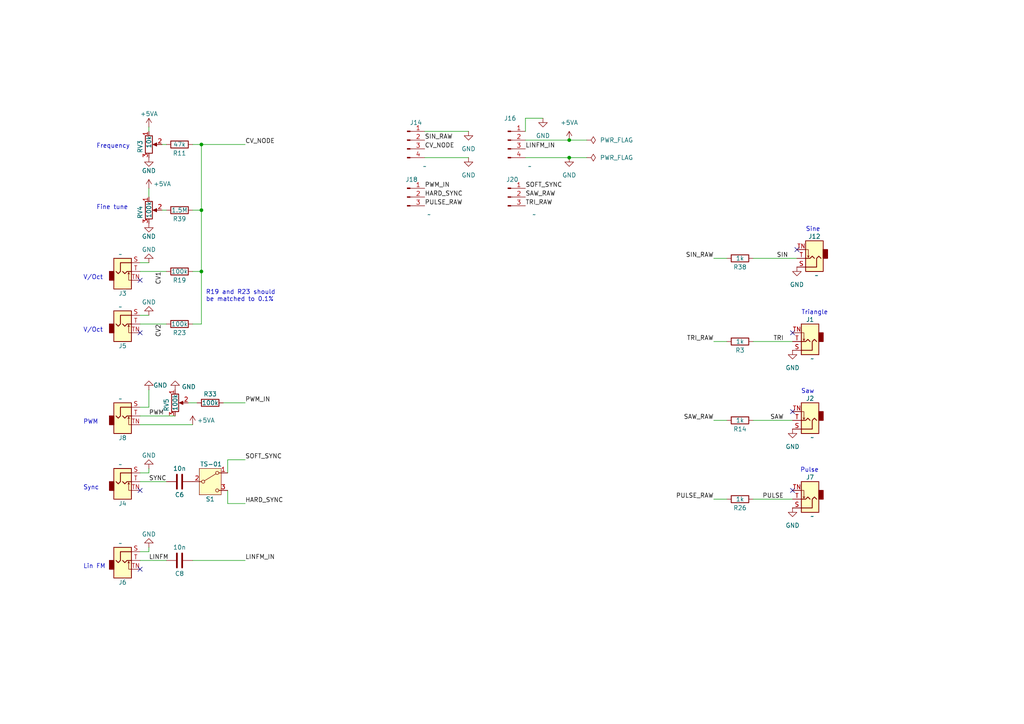
<source format=kicad_sch>
(kicad_sch (version 20250114) (generator "eeschema") (generator_version "9.0")
  (paper "A4")
  (title_block (title "CEM3340 VCO - Control Board") (date "2025-11-05") (rev "v1.0.0"))
  (lib_symbols
    (symbol "Connector:Conn_01x03_Pin" (pin_names (offset 1.016) (hide yes))
      (property "Reference" "J" (at 0 5.08 0))
      (property "Value" "Conn_01x03_Pin" (at 0 -5.08 0))
      (symbol "Conn_01x03_Pin_1_1"
        (rectangle (start 0.8636 2.667) (end 0 2.413) (stroke (width 0.1524)) (fill (type outline)))
        (rectangle (start 0.8636 0.127) (end 0 -0.127) (stroke (width 0.1524)) (fill (type outline)))
        (rectangle (start 0.8636 -2.413) (end 0 -2.667) (stroke (width 0.1524)) (fill (type outline)))
        (polyline (pts (xy 1.27 2.54) (xy 0.8636 2.54)) (stroke (width 0.1524)))
        (polyline (pts (xy 1.27 0) (xy 0.8636 0)) (stroke (width 0.1524)))
        (polyline (pts (xy 1.27 -2.54) (xy 0.8636 -2.54)) (stroke (width 0.1524)))
        (pin passive line (at 5.08 2.54 180) (length 3.81) (name "Pin_1") (number "1"))
        (pin passive line (at 5.08 0 180) (length 3.81) (name "Pin_2") (number "2"))
        (pin passive line (at 5.08 -2.54 180) (length 3.81) (name "Pin_3") (number "3"))
      )
    )
    (symbol "Connector:Conn_01x04_Pin" (pin_names (offset 1.016) (hide yes))
      (property "Reference" "J" (at 0 5.08 0))
      (property "Value" "Conn_01x04_Pin" (at 0 -7.62 0))
      (symbol "Conn_01x04_Pin_1_1"
        (rectangle (start 0.8636 2.667) (end 0 2.413) (stroke (width 0.1524)) (fill (type outline)))
        (rectangle (start 0.8636 0.127) (end 0 -0.127) (stroke (width 0.1524)) (fill (type outline)))
        (rectangle (start 0.8636 -2.413) (end 0 -2.667) (stroke (width 0.1524)) (fill (type outline)))
        (rectangle (start 0.8636 -4.953) (end 0 -5.207) (stroke (width 0.1524)) (fill (type outline)))
        (polyline (pts (xy 1.27 2.54) (xy 0.8636 2.54)) (stroke (width 0.1524)))
        (polyline (pts (xy 1.27 0) (xy 0.8636 0)) (stroke (width 0.1524)))
        (polyline (pts (xy 1.27 -2.54) (xy 0.8636 -2.54)) (stroke (width 0.1524)))
        (polyline (pts (xy 1.27 -5.08) (xy 0.8636 -5.08)) (stroke (width 0.1524)))
        (pin passive line (at 5.08 2.54 180) (length 3.81) (name "Pin_1") (number "1"))
        (pin passive line (at 5.08 0 180) (length 3.81) (name "Pin_2") (number "2"))
        (pin passive line (at 5.08 -2.54 180) (length 3.81) (name "Pin_3") (number "3"))
        (pin passive line (at 5.08 -5.08 180) (length 3.81) (name "Pin_4") (number "4"))
      )
    )
    (symbol "Device:C" (pin_numbers (hide yes)) (pin_names (offset 0.254))
      (property "Reference" "C" (at 0.635 2.54 0))
      (property "Value" "C" (at 0.635 -2.54 0))
      (symbol "C_0_1"
        (polyline (pts (xy -2.032 0.762) (xy 2.032 0.762)) (stroke (width 0.508)))
        (polyline (pts (xy -2.032 -0.762) (xy 2.032 -0.762)) (stroke (width 0.508)))
      )
      (symbol "C_1_1"
        (pin passive line (at 0 3.81 270) (length 2.794) (name "~") (number "1"))
        (pin passive line (at 0 -3.81 90) (length 2.794) (name "~") (number "2"))
      )
    )
    (symbol "Device:R" (pin_numbers (hide yes)) (pin_names (offset 0))
      (property "Reference" "R" (at 2.032 0 90))
      (property "Value" "R" (at 0 0 90))
      (symbol "R_0_1"
        (rectangle (start -1.016 -2.54) (end 1.016 2.54) (stroke (width 0.254)))
      )
      (symbol "R_1_1"
        (pin passive line (at 0 3.81 270) (length 1.27) (name "~") (number "1"))
        (pin passive line (at 0 -3.81 90) (length 1.27) (name "~") (number "2"))
      )
    )
    (symbol "Device:R_Potentiometer" (pin_names (offset 1.016) (hide yes))
      (property "Reference" "RV" (at -4.445 0 90))
      (property "Value" "R_Potentiometer" (at -2.54 0 90))
      (symbol "R_Potentiometer_0_1"
        (rectangle (start 1.016 2.54) (end -1.016 -2.54) (stroke (width 0.254)))
        (polyline (pts (xy 1.143 0) (xy 2.286 0.508) (xy 2.286 -0.508) (xy 1.143 0)) (fill (type outline)))
        (polyline (pts (xy 2.54 0) (xy 1.524 0)))
      )
      (symbol "R_Potentiometer_1_1"
        (pin passive line (at 0 3.81 270) (length 1.27) (name "1") (number "1"))
        (pin passive line (at 0 -3.81 90) (length 1.27) (name "3") (number "3"))
        (pin passive line (at 3.81 0 180) (length 1.27) (name "2") (number "2"))
      )
    )
    (symbol "Eurorack Common:AudioJack2_SwitchT"
      (property "Reference" "J3" (at 0 -6.35 0))
      (property "Value" "JACK_2P" (at -0.635 4.9729 0))
      (symbol "AudioJack2_SwitchT_0_1"
        (rectangle (start -2.54 0) (end -3.81 -2.54) (stroke (width 0.254)) (fill (type outline)))
        (polyline (pts (xy 0 0) (xy 0.635 -0.635) (xy 1.27 0) (xy 2.54 0)) (stroke (width 0.254)))
        (polyline (pts (xy 1.778 -0.254) (xy 2.032 -0.762)))
        (rectangle (start 2.54 3.81) (end -2.54 -5.08) (stroke (width 0.254)) (fill (type background)))
        (polyline (pts (xy 2.54 2.54) (xy -0.635 2.54) (xy -0.635 0) (xy -1.27 -0.635) (xy -1.905 0)) (stroke (width 0.254)))
        (polyline (pts (xy 2.54 -2.54) (xy 1.778 -2.54) (xy 1.778 -0.254) (xy 1.524 -0.762)))
      )
      (symbol "AudioJack2_SwitchT_1_1"
        (pin passive line (at 5.08 2.54 180) (length 2.54) (name "~") (number "S"))
        (pin passive line (at 5.08 0 180) (length 2.54) (name "~") (number "T"))
        (pin passive line (at 5.08 -2.54 180) (length 2.54) (name "~") (number "TN"))
      )
    )
    (symbol "Switch:SW_SPDT" (pin_names (offset 0) (hide yes))
      (property "Reference" "SW" (at 0 5.08 0))
      (property "Value" "SW_SPDT" (at 0 -5.08 0))
      (symbol "SW_SPDT_0_1"
        (circle (center -2.032 0) (radius 0.4572))
        (polyline (pts (xy -1.651 0.254) (xy 1.651 2.286)))
        (circle (center 2.032 2.54) (radius 0.4572))
        (circle (center 2.032 -2.54) (radius 0.4572))
      )
      (symbol "SW_SPDT_1_1"
        (rectangle (start -3.175 3.81) (end 3.175 -3.81) (fill (type background)))
        (pin passive line (at -5.08 0 0) (length 2.54) (name "B") (number "2"))
        (pin passive line (at 5.08 2.54 180) (length 2.54) (name "A") (number "1"))
        (pin passive line (at 5.08 -2.54 180) (length 2.54) (name "C") (number "3"))
      )
    )
    (symbol "power:+5VA" (power) (pin_numbers (hide yes)) (pin_names (offset 0) (hide yes))
      (property "Value" "+5VA" (at 0 3.556 0))
      (symbol "+5VA_0_1"
        (polyline (pts (xy -0.762 1.27) (xy 0 2.54)))
        (polyline (pts (xy 0 2.54) (xy 0.762 1.27)))
        (polyline (pts (xy 0 0) (xy 0 2.54)))
      )
      (symbol "+5VA_1_1"
        (pin power_in line (at 0 0 90) (length 0) (name "~") (number "1"))
      )
    )
    (symbol "power:GND" (power) (pin_numbers (hide yes)) (pin_names (offset 0) (hide yes))
      (property "Value" "GND" (at 0 -3.81 0))
      (symbol "GND_0_1"
        (polyline (pts (xy 0 0) (xy 0 -1.27) (xy 1.27 -1.27) (xy 0 -2.54) (xy -1.27 -1.27) (xy 0 -1.27)))
      )
      (symbol "GND_1_1"
        (pin power_in line (at 0 0 270) (length 0) (name "~") (number "1"))
      )
    )
    (symbol "power:PWR_FLAG" (power) (pin_numbers (hide yes)) (pin_names (offset 0) (hide yes))
      (property "Value" "PWR_FLAG" (at 0 3.81 0))
      (symbol "PWR_FLAG_0_0"
        (pin power_out line (at 0 0 90) (length 0) (name "~") (number "1"))
      )
      (symbol "PWR_FLAG_0_1"
        (polyline (pts (xy 0 0) (xy 0 1.27) (xy -1.016 1.905) (xy 0 2.54) (xy 1.016 1.905) (xy 0 1.27)))
      )
    )
  )
  (text "Frequency" (at 27.94 43.18 0) (effects (font (size 1.27 1.27)) (justify left bottom)))
  (text "Lin FM" (at 24.13 165.1 0) (effects (font (size 1.27 1.27)) (justify left bottom)))
  (text "V/Oct\n" (at 24.13 81.28 0) (effects (font (size 1.27 1.27)) (justify left bottom)))
  (text "Sine" (at 233.68 67.31 0) (effects (font (size 1.27 1.27)) (justify left bottom)))
  (text "Pulse" (at 237.49 137.16 0) (effects (font (size 1.27 1.27)) (justify right bottom)))
  (text "R19 and R23 should\nbe matched to 0.1%" (at 59.69 87.63 0) (effects (font (size 1.27 1.27)) (justify left bottom)))
  (text "Saw" (at 236.22 114.3 0) (effects (font (size 1.27 1.27)) (justify right bottom)))
  (text "PWM" (at 24.13 123.19 0) (effects (font (size 1.27 1.27)) (justify left bottom)))
  (text "Fine tune" (at 27.94 60.96 0) (effects (font (size 1.27 1.27)) (justify left bottom)))
  (text "V/Oct\n" (at 24.13 96.52 0) (effects (font (size 1.27 1.27)) (justify left bottom)))
  (text "Triangle" (at 232.41 91.44 0) (effects (font (size 1.27 1.27)) (justify left bottom)))
  (text "Sync" (at 24.13 142.24 0) (effects (font (size 1.27 1.27)) (justify left bottom)))
  (junction (at 165.1 45.72))
  (junction (at 58.42 60.96))
  (junction (at 165.1 40.64))
  (junction (at 58.42 41.91))
  (junction (at 58.42 78.74))
  (no_connect (at 40.64 165.1))
  (no_connect (at 40.64 81.28))
  (no_connect (at 40.64 96.52))
  (no_connect (at 229.87 142.24))
  (no_connect (at 231.14 72.39))
  (no_connect (at 40.64 142.24))
  (no_connect (at 229.87 96.52))
  (no_connect (at 229.87 119.38))
  (wire (pts (xy 55.88 78.74) (xy 58.42 78.74)))
  (wire (pts (xy 152.4 40.64) (xy 165.1 40.64)))
  (wire (pts (xy 46.99 41.91) (xy 48.26 41.91)))
  (wire (pts (xy 54.61 116.84) (xy 57.15 116.84)))
  (wire (pts (xy 207.01 99.06) (xy 210.82 99.06)))
  (wire (pts (xy 40.64 91.44) (xy 43.18 91.44)))
  (wire (pts (xy 58.42 60.96) (xy 58.42 41.91)))
  (wire (pts (xy 40.64 78.74) (xy 48.26 78.74)))
  (wire (pts (xy 218.44 121.92) (xy 229.87 121.92)))
  (wire (pts (xy 43.18 158.75) (xy 43.18 160.02)))
  (wire (pts (xy 40.64 162.56) (xy 48.26 162.56)))
  (wire (pts (xy 152.4 34.29) (xy 157.48 34.29)))
  (wire (pts (xy 40.64 139.7) (xy 48.26 139.7)))
  (wire (pts (xy 40.64 93.98) (xy 48.26 93.98)))
  (wire (pts (xy 43.18 135.89) (xy 43.18 137.16)))
  (wire (pts (xy 55.88 162.56) (xy 71.12 162.56)))
  (wire (pts (xy 152.4 38.1) (xy 152.4 34.29)))
  (wire (pts (xy 43.18 36.83) (xy 43.18 38.1)))
  (wire (pts (xy 66.04 146.05) (xy 66.04 142.24)))
  (wire (pts (xy 40.64 123.19) (xy 55.88 123.19)))
  (wire (pts (xy 71.12 116.84) (xy 64.77 116.84)))
  (wire (pts (xy 58.42 78.74) (xy 58.42 93.98)))
  (wire (pts (xy 165.1 40.64) (xy 170.18 40.64)))
  (wire (pts (xy 218.44 144.78) (xy 229.87 144.78)))
  (wire (pts (xy 123.19 45.72) (xy 135.89 45.72)))
  (wire (pts (xy 207.01 144.78) (xy 210.82 144.78)))
  (wire (pts (xy 43.18 113.03) (xy 43.18 118.11)))
  (wire (pts (xy 58.42 41.91) (xy 71.12 41.91)))
  (wire (pts (xy 218.44 74.93) (xy 231.14 74.93)))
  (wire (pts (xy 46.99 60.96) (xy 48.26 60.96)))
  (wire (pts (xy 218.44 99.06) (xy 229.87 99.06)))
  (wire (pts (xy 152.4 45.72) (xy 165.1 45.72)))
  (wire (pts (xy 43.18 137.16) (xy 40.64 137.16)))
  (wire (pts (xy 66.04 146.05) (xy 71.12 146.05)))
  (wire (pts (xy 43.18 160.02) (xy 40.64 160.02)))
  (wire (pts (xy 207.01 74.93) (xy 210.82 74.93)))
  (wire (pts (xy 43.18 57.15) (xy 43.18 54.61)))
  (wire (pts (xy 66.04 133.35) (xy 71.12 133.35)))
  (wire (pts (xy 66.04 133.35) (xy 66.04 137.16)))
  (wire (pts (xy 58.42 78.74) (xy 58.42 60.96)))
  (wire (pts (xy 58.42 60.96) (xy 55.88 60.96)))
  (wire (pts (xy 40.64 118.11) (xy 43.18 118.11)))
  (wire (pts (xy 207.01 121.92) (xy 210.82 121.92)))
  (wire (pts (xy 40.64 76.2) (xy 43.18 76.2)))
  (wire (pts (xy 55.88 41.91) (xy 58.42 41.91)))
  (wire (pts (xy 165.1 45.72) (xy 170.18 45.72)))
  (wire (pts (xy 58.42 93.98) (xy 55.88 93.98)))
  (wire (pts (xy 123.19 38.1) (xy 135.89 38.1)))
  (wire (pts (xy 40.64 120.65) (xy 50.8 120.65)))
  (label "CV_NODE" (at 123.19 43.18 0))
  (label "SOFT_SYNC" (at 152.4 54.61 0))
  (label "SAW_RAW" (at 207.01 121.92 180))
  (label "HARD_SYNC" (at 71.12 146.05 0))
  (label "CV_NODE" (at 71.12 41.91 0))
  (label "PWM_IN" (at 123.19 54.61 0))
  (label "CV1" (at 46.99 78.74 270))
  (label "SIN_RAW" (at 123.19 40.64 0))
  (label "SOFT_SYNC" (at 71.12 133.35 0))
  (label "PULSE_RAW" (at 123.19 59.69 0))
  (label "PWM" (at 43.18 120.65 0))
  (label "SAW" (at 227.33 121.92 180))
  (label "PWM_IN" (at 71.12 116.84 0))
  (label "SIN_RAW" (at 207.01 74.93 180))
  (label "LINFM_IN" (at 152.4 43.18 0))
  (label "HARD_SYNC" (at 123.19 57.15 0))
  (label "TRI_RAW" (at 207.01 99.06 180))
  (label "LINFM_IN" (at 71.12 162.56 0))
  (label "SYNC" (at 43.18 139.7 0))
  (label "PULSE" (at 227.33 144.78 180))
  (label "SIN" (at 228.6 74.93 180))
  (label "PULSE_RAW" (at 207.01 144.78 180))
  (label "LINFM" (at 43.18 162.56 0))
  (label "CV2" (at 46.99 93.98 270))
  (label "SAW_RAW" (at 152.4 57.15 0))
  (label "TRI" (at 227.33 99.06 180))
  (label "TRI_RAW" (at 152.4 59.69 0))
  (symbol (lib_id "Eurorack Common:AudioJack2_SwitchT") (at 35.56 139.7 0) (unit 1)
    (property "Reference" "J4" (at 35.56 146.05 0))
    (property "Value" "~" (at 34.925 134.7271 0))
    (property "Footprint" "Eurorack Common:Thonkicon" (effects (hide yes)))
    (property "Datasheet" "https://www.thonk.co.uk/wp-content/uploads/2018/07/Thonkiconn_Jack_Datasheet-new.jpg" (effects (hide yes)))
    (property "Reference_Part" "Thonkiconn" (effects (hide yes)))
  )
  (symbol (lib_id "power:GND") (at 229.87 147.32 0) (unit 1)
    (property "Reference" "#PWR0151" (effects (hide yes)))
    (property "Value" "GND" (at 229.87 152.4 0))
    (property "Description" "Power symbol creates a global label with name \"GND\" , ground" (effects (hide yes)))
  )
  (symbol (lib_id "Eurorack Common:AudioJack2_SwitchT") (at 234.95 121.92 180) (unit 1)
    (property "Reference" "J2" (at 234.95 115.57 0))
    (property "Value" "~" (at 235.585 126.8929 0))
    (property "Footprint" "Eurorack Common:Thonkicon" (effects (hide yes)))
    (property "Datasheet" "https://www.thonk.co.uk/wp-content/uploads/2018/07/Thonkiconn_Jack_Datasheet-new.jpg" (effects (hide yes)))
    (property "Reference_Part" "Thonkiconn" (effects (hide yes)))
  )
  (symbol (lib_id "power:PWR_FLAG") (at 170.18 45.72 270) (unit 1)
    (property "Reference" "#FLG0102" (effects (hide yes)))
    (property "Value" "PWR_FLAG" (at 173.99 45.7199 90) (effects (justify left)))
    (property "Description" "Special symbol for telling ERC where power comes from" (effects (hide yes)))
  )
  (symbol (lib_id "Eurorack Common:AudioJack2_SwitchT") (at 35.56 162.56 0) (unit 1)
    (property "Reference" "J6" (at 35.56 168.91 0))
    (property "Value" "~" (at 34.925 157.5871 0))
    (property "Footprint" "Eurorack Common:Thonkicon" (effects (hide yes)))
    (property "Datasheet" "https://www.thonk.co.uk/wp-content/uploads/2018/07/Thonkiconn_Jack_Datasheet-new.jpg" (effects (hide yes)))
    (property "Reference_Part" "Thonkiconn" (effects (hide yes)))
  )
  (symbol (lib_id "power:GND") (at 229.87 101.6 0) (unit 1)
    (property "Reference" "#PWR0142" (effects (hide yes)))
    (property "Value" "GND" (at 229.87 106.68 0))
    (property "Description" "Power symbol creates a global label with name \"GND\" , ground" (effects (hide yes)))
  )
  (symbol (lib_id "Switch:SW_SPDT") (at 60.96 139.7 0) (unit 1)
    (property "Reference" "S1" (at 60.96 144.78 0))
    (property "Value" "TS-01" (at 61.214 134.62 0))
    (property "Footprint" "Eurorack Common:Sub-Miniature SPDT" (effects (hide yes)))
    (property "Datasheet" "https://www.thonk.co.uk/wp-content/uploads/2017/05/DW1-SPDT-ON-ON-2MS1T1B1M2QES.pdf" (effects (hide yes)))
    (property "Description" "Switch, single pole double throw" (effects (hide yes)))
    (property "Note" "Sub-miniature ON-ON SPDT" (effects (hide yes)))
    (property "Reference_Part" "2MS1T1B1M2QES-5" (effects (hide yes)))
  )
  (symbol (lib_id "Device:R") (at 52.07 60.96 90) (unit 1)
    (property "Reference" "R39" (at 52.07 63.5 90))
    (property "Value" "1.5M" (at 52.07 60.96 90))
    (property "Footprint" "Eurorack Common:R_Axial_DIN0207_L6.3mm_D2.5mm_P7.62mm_Horizontal" (effects (hide yes)))
    (property "Datasheet" "https://www.koaspeer.com/pdfs/MF-MFS-RK.pdf" (effects (hide yes)))
    (property "Tolerance" "1%" (effects (hide yes)))
    (property "Reference_Part" "MF1/4DC1504F" (effects (hide yes)))
  )
  (symbol (lib_id "power:GND") (at 135.89 38.1 0) (unit 1)
    (property "Reference" "#PWR0104" (effects (hide yes)))
    (property "Value" "GND" (at 135.89 43.18 0))
    (property "Description" "Power symbol creates a global label with name \"GND\" , ground" (effects (hide yes)))
  )
  (symbol (lib_id "power:GND") (at 43.18 45.72 0) (unit 1)
    (property "Reference" "#PWR0120" (effects (hide yes)))
    (property "Value" "GND" (at 43.18 49.53 0))
    (property "Description" "Power symbol creates a global label with name \"GND\" , ground" (effects (hide yes)))
  )
  (symbol (lib_id "Device:C") (at 52.07 139.7 90) (unit 1)
    (property "Reference" "C6" (at 52.07 143.51 90))
    (property "Value" "10n" (at 52.07 135.89 90))
    (property "Footprint" "Eurorack Common:C_Disc_D3.4mm_W2.1mm_P2.50mm" (effects (hide yes)))
    (property "Datasheet" "https://www.mouser.co.uk/datasheet/3/508/1/KEM_C1050_GOLDMAX_X7R.pdf" (effects (hide yes)))
    (property "Tolerance" "10%" (effects (hide yes)))
    (property "Note" "X7R ceramic, 2.5mm pitch" (effects (hide yes)))
    (property "Reference_Part" "C322C103K1R5TA" (effects (hide yes)))
  )
  (symbol (lib_id "Connector:Conn_01x04_Pin") (at 118.11 40.64 0) (unit 1)
    (property "Reference" "J14" (at 120.65 35.56 0))
    (property "Value" "~" (at 123.19 48.26 0))
    (property "Footprint" "Eurorack Common:PinHeader_1x04_P2.54mm_Vertical" (effects (hide yes)))
    (property "Description" "Generic connector, single row, 01x04, script generated" (effects (hide yes)))
    (property "Reference_Part" "1x4 pin header" (effects (hide yes)))
  )
  (symbol (lib_id "Device:R") (at 52.07 78.74 90) (unit 1)
    (property "Reference" "R19" (at 52.07 81.28 90))
    (property "Value" "100k" (at 52.07 78.74 90))
    (property "Footprint" "Eurorack Common:R_Axial_DIN0207_L6.3mm_D2.5mm_P7.62mm_Horizontal" (effects (hide yes)))
    (property "Datasheet" "https://www.koaspeer.com/pdfs/MF-MFS-RK.pdf" (effects (hide yes)))
    (property "Tolerance" "1%" (effects (hide yes)))
    (property "Note" "Matched to 0.1% (within 100 ohms)" (effects (hide yes)))
    (property "Reference_Part" "MF1/4DC1003F" (effects (hide yes)))
  )
  (symbol (lib_id "Eurorack Common:AudioJack2_SwitchT") (at 236.22 74.93 180) (unit 1)
    (property "Reference" "J12" (at 236.22 68.58 0))
    (property "Value" "~" (at 236.855 79.9029 0))
    (property "Footprint" "Eurorack Common:Thonkicon" (effects (hide yes)))
    (property "Datasheet" "https://www.thonk.co.uk/wp-content/uploads/2018/07/Thonkiconn_Jack_Datasheet-new.jpg" (effects (hide yes)))
    (property "Reference_Part" "Thonkiconn" (effects (hide yes)))
  )
  (symbol (lib_id "Connector:Conn_01x04_Pin") (at 147.32 40.64 0) (unit 1)
    (property "Reference" "J16" (at 147.955 34.324 0))
    (property "Value" "~" (at 153.67 48.26 0))
    (property "Footprint" "Eurorack Common:PinHeader_1x04_P2.54mm_Vertical" (effects (hide yes)))
    (property "Description" "Generic connector, single row, 01x04, script generated" (effects (hide yes)))
    (property "Reference_Part" "1x4 pin header" (effects (hide yes)))
  )
  (symbol (lib_id "Eurorack Common:AudioJack2_SwitchT") (at 234.95 99.06 180) (unit 1)
    (property "Reference" "J1" (at 234.95 92.71 0))
    (property "Value" "~" (at 235.585 104.0329 0))
    (property "Footprint" "Eurorack Common:Thonkicon" (effects (hide yes)))
    (property "Datasheet" "https://www.thonk.co.uk/wp-content/uploads/2018/07/Thonkiconn_Jack_Datasheet-new.jpg" (effects (hide yes)))
    (property "Reference_Part" "Thonkiconn" (effects (hide yes)))
  )
  (symbol (lib_id "power:GND") (at 50.8 113.03 180) (unit 1)
    (property "Reference" "#PWR0128" (effects (hide yes)))
    (property "Value" "GND" (at 52.705 112.1938 0) (effects (justify right)))
    (property "Description" "Power symbol creates a global label with name \"GND\" , ground" (effects (hide yes)))
  )
  (symbol (lib_id "Device:R_Potentiometer") (at 50.8 116.84 0) (unit 1)
    (property "Reference" "RV5" (at 48.26 115.57 90) (effects (justify right)))
    (property "Value" "100k" (at 50.8 114.3 90) (effects (justify right)))
    (property "Footprint" "Eurorack Common:Alpha Potentiometer" (effects (hide yes)))
    (property "Datasheet" "https://www.mouser.com/catalog/specsheets/alpha%20taiwan_08192019_RD901F-40-15R1-B(resistance%20value)-00DL1%20SPEC.pdf?_gl=1*1k69a7e*_gcl_au*MTMyNTQzNTMyNC4xNzYxNjYwNjI2LjE3MjYwNDc1MTMuMTc2MzA2MjQyOC4xNzYzMDYyNDM2*_ga*MTc3NzUxOTk0MC4xNzYxNjYwNjMw*_ga_15W4STQT4T*czE3NjMwNjE1MzgkbzkkZzEkdDE3NjMwNjMzNzAkajYwJGwwJGgw" (effects (hide yes)))
    (property "Description" "Potentiometer" (effects (hide yes)))
    (property "Note" "Alpha 9mm vertical, metal shaft" (effects (hide yes)))
    (property "Reference_Part" "RD901F-40-15R1-B100K" (effects (hide yes)))
  )
  (symbol (lib_id "power:GND") (at 229.87 124.46 0) (unit 1)
    (property "Reference" "#PWR0150" (effects (hide yes)))
    (property "Value" "GND" (at 229.87 129.54 0))
    (property "Description" "Power symbol creates a global label with name \"GND\" , ground" (effects (hide yes)))
  )
  (symbol (lib_id "power:GND") (at 43.18 91.44 180) (unit 1)
    (property "Reference" "#PWR0121" (effects (hide yes)))
    (property "Value" "GND" (at 43.18 87.63 0))
    (property "Description" "Power symbol creates a global label with name \"GND\" , ground" (effects (hide yes)))
  )
  (symbol (lib_id "Connector:Conn_01x03_Pin") (at 118.11 57.15 0) (unit 1)
    (property "Reference" "J18" (at 119.38 52.07 0))
    (property "Value" "~" (at 124.46 62.23 0))
    (property "Footprint" "Eurorack Common:PinHeader_1x03_P2.54mm_Vertical" (effects (hide yes)))
    (property "Description" "Generic connector, single row, 01x03, script generated" (effects (hide yes)))
    (property "Reference_Part" "1x3 pin header" (effects (hide yes)))
  )
  (symbol (lib_id "Device:R") (at 214.63 144.78 270) (unit 1)
    (property "Reference" "R26" (at 214.63 147.32 90))
    (property "Value" "1k" (at 214.63 144.78 90))
    (property "Footprint" "Eurorack Common:R_Axial_DIN0207_L6.3mm_D2.5mm_P7.62mm_Horizontal" (effects (hide yes)))
    (property "Datasheet" "https://www.koaspeer.com/pdfs/MF-MFS-RK.pdf" (effects (hide yes)))
    (property "Tolerance" "1%" (effects (hide yes)))
    (property "Reference_Part" "MF1/4DC1001F" (effects (hide yes)))
  )
  (symbol (lib_id "Device:R") (at 214.63 99.06 270) (unit 1)
    (property "Reference" "R3" (at 214.63 101.6 90))
    (property "Value" "1k" (at 214.63 99.06 90))
    (property "Footprint" "Eurorack Common:R_Axial_DIN0207_L6.3mm_D2.5mm_P7.62mm_Horizontal" (effects (hide yes)))
    (property "Datasheet" "https://www.koaspeer.com/pdfs/MF-MFS-RK.pdf" (effects (hide yes)))
    (property "Tolerance" "1%" (effects (hide yes)))
    (property "Reference_Part" "MF1/4DC1001F" (effects (hide yes)))
  )
  (symbol (lib_id "Device:R_Potentiometer") (at 43.18 41.91 0) (unit 1)
    (property "Reference" "RV3" (at 40.64 40.64 90) (effects (justify right)))
    (property "Value" "10k" (at 43.18 39.37 90) (effects (justify right)))
    (property "Footprint" "Eurorack Common:Alpha Potentiometer" (effects (hide yes)))
    (property "Datasheet" "https://www.mouser.com/catalog/specsheets/alpha%20taiwan_08192019_RD901F-40-15R1-B(resistance%20value)-00DL1%20SPEC.pdf?_gl=1*1fskzh4*_gcl_au*MTMyNTQzNTMyNC4xNzYxNjYwNjI2LjE3MjYwNDc1MTMuMTc2MzA2MjQyOC4xNzYzMDYyNDM2*_ga*MTc3NzUxOTk0MC4xNzYxNjYwNjMw*_ga_15W4STQT4T*czE3NjMwNjE1MzgkbzkkZzEkdDE3NjMwNjM0MzkkajYwJGwwJGgw" (effects (hide yes)))
    (property "Description" "Potentiometer" (effects (hide yes)))
    (property "Note" "Alpha 9mm vertical, metal shaft" (effects (hide yes)))
    (property "Reference_Part" "RD901F-40-15R1-B10K" (effects (hide yes)))
  )
  (symbol (lib_id "power:+5VA") (at 55.88 123.19 0) (unit 1)
    (property "Reference" "#PWR0102" (effects (hide yes)))
    (property "Value" "+5VA" (at 57.15 121.92 0) (effects (justify left)))
    (property "Description" "Power symbol creates a global label with name \"+5VA\"" (effects (hide yes)))
  )
  (symbol (lib_id "Eurorack Common:AudioJack2_SwitchT") (at 35.56 120.65 0) (unit 1)
    (property "Reference" "J8" (at 35.56 127 0))
    (property "Value" "~" (at 34.925 115.6771 0))
    (property "Footprint" "Eurorack Common:Thonkicon" (effects (hide yes)))
    (property "Datasheet" "https://www.thonk.co.uk/wp-content/uploads/2018/07/Thonkiconn_Jack_Datasheet-new.jpg" (effects (hide yes)))
    (property "Reference_Part" "Thonkiconn" (effects (hide yes)))
  )
  (symbol (lib_id "Eurorack Common:AudioJack2_SwitchT") (at 234.95 144.78 180) (unit 1)
    (property "Reference" "J7" (at 234.95 138.43 0))
    (property "Value" "~" (at 235.585 149.7529 0))
    (property "Footprint" "Eurorack Common:Thonkicon" (effects (hide yes)))
    (property "Datasheet" "https://www.thonk.co.uk/wp-content/uploads/2018/07/Thonkiconn_Jack_Datasheet-new.jpg" (effects (hide yes)))
    (property "Reference_Part" "Thonkiconn" (effects (hide yes)))
  )
  (symbol (lib_id "power:+5VA") (at 43.18 54.61 0) (unit 1)
    (property "Reference" "#PWR0101" (effects (hide yes)))
    (property "Value" "+5VA" (at 44.45 53.34 0) (effects (justify left)))
    (property "Description" "Power symbol creates a global label with name \"+5VA\"" (effects (hide yes)))
  )
  (symbol (lib_id "power:+5VA") (at 165.1 40.64 0) (unit 1)
    (property "Reference" "#PWR0153" (effects (hide yes)))
    (property "Value" "+5VA" (at 165.1 35.56 0))
    (property "Description" "Power symbol creates a global label with name \"+5VA\"" (effects (hide yes)))
  )
  (symbol (lib_id "Device:R") (at 52.07 41.91 90) (unit 1)
    (property "Reference" "R11" (at 52.07 44.45 90))
    (property "Value" "47k" (at 52.07 41.91 90))
    (property "Footprint" "Eurorack Common:R_Axial_DIN0207_L6.3mm_D2.5mm_P7.62mm_Horizontal" (effects (hide yes)))
    (property "Datasheet" "https://www.koaspeer.com/pdfs/MF-MFS-RK.pdf" (effects (hide yes)))
    (property "Tolerance" "1%" (effects (hide yes)))
    (property "Reference_Part" "MF1/4DC4702F" (effects (hide yes)))
  )
  (symbol (lib_id "Device:R") (at 60.96 116.84 90) (unit 1)
    (property "Reference" "R33" (at 60.96 114.3 90))
    (property "Value" "100k" (at 60.96 116.84 90))
    (property "Footprint" "Eurorack Common:R_Axial_DIN0207_L6.3mm_D2.5mm_P7.62mm_Horizontal" (effects (hide yes)))
    (property "Datasheet" "https://www.koaspeer.com/pdfs/MF-MFS-RK.pdf" (effects (hide yes)))
    (property "Tolerance" "1%" (effects (hide yes)))
    (property "Reference_Part" "MF1/4DC1003F" (effects (hide yes)))
  )
  (symbol (lib_id "Eurorack Common:AudioJack2_SwitchT") (at 35.56 93.98 0) (unit 1)
    (property "Reference" "J5" (at 35.56 100.33 0))
    (property "Value" "~" (at 34.925 89.0071 0))
    (property "Footprint" "Eurorack Common:Thonkicon" (effects (hide yes)))
    (property "Datasheet" "https://www.thonk.co.uk/wp-content/uploads/2018/07/Thonkiconn_Jack_Datasheet-new.jpg" (effects (hide yes)))
    (property "Reference_Part" "Thonkiconn" (effects (hide yes)))
  )
  (symbol (lib_id "power:GND") (at 43.18 64.77 0) (unit 1)
    (property "Reference" "#PWR0124" (effects (hide yes)))
    (property "Value" "GND" (at 43.18 68.58 0))
    (property "Description" "Power symbol creates a global label with name \"GND\" , ground" (effects (hide yes)))
  )
  (symbol (lib_id "Device:C") (at 52.07 162.56 90) (unit 1)
    (property "Reference" "C8" (at 52.07 166.37 90))
    (property "Value" "10n" (at 52.07 158.75 90))
    (property "Footprint" "Eurorack Common:C_Disc_D3.4mm_W2.1mm_P2.50mm" (effects (hide yes)))
    (property "Datasheet" "https://www.mouser.co.uk/datasheet/3/508/1/KEM_C1050_GOLDMAX_X7R.pdf" (effects (hide yes)))
    (property "Tolerance" "10%" (effects (hide yes)))
    (property "Note" "X7R ceramic, 2.5mm pitch" (effects (hide yes)))
    (property "Reference_Part" "C322C103K1R5TA" (effects (hide yes)))
  )
  (symbol (lib_id "Eurorack Common:AudioJack2_SwitchT") (at 35.56 78.74 0) (unit 1)
    (property "Reference" "J3" (at 35.56 85.09 0))
    (property "Value" "~" (at 34.925 73.7671 0))
    (property "Footprint" "Eurorack Common:Thonkicon" (effects (hide yes)))
    (property "Datasheet" "https://www.thonk.co.uk/wp-content/uploads/2018/07/Thonkiconn_Jack_Datasheet-new.jpg" (effects (hide yes)))
    (property "Reference_Part" "Thonkiconn" (effects (hide yes)))
  )
  (symbol (lib_id "power:PWR_FLAG") (at 170.18 40.64 270) (unit 1)
    (property "Reference" "#FLG0101" (effects (hide yes)))
    (property "Value" "PWR_FLAG" (at 173.99 40.6399 90) (effects (justify left)))
    (property "Description" "Special symbol for telling ERC where power comes from" (effects (hide yes)))
  )
  (symbol (lib_id "power:GND") (at 43.18 135.89 180) (unit 1)
    (property "Reference" "#PWR0136" (effects (hide yes)))
    (property "Value" "GND" (at 43.18 132.08 0))
    (property "Description" "Power symbol creates a global label with name \"GND\" , ground" (effects (hide yes)))
  )
  (symbol (lib_id "Connector:Conn_01x03_Pin") (at 147.32 57.15 0) (unit 1)
    (property "Reference" "J20" (at 148.59 52.07 0))
    (property "Value" "~" (at 154.94 62.23 0))
    (property "Footprint" "Eurorack Common:PinHeader_1x03_P2.54mm_Vertical" (effects (hide yes)))
    (property "Description" "Generic connector, single row, 01x03, script generated" (effects (hide yes)))
    (property "Reference_Part" "1x3 pin header" (effects (hide yes)))
  )
  (symbol (lib_id "power:GND") (at 43.18 113.03 180) (unit 1)
    (property "Reference" "#PWR0129" (effects (hide yes)))
    (property "Value" "GND" (at 44.45 111.76 0) (effects (justify right)))
    (property "Description" "Power symbol creates a global label with name \"GND\" , ground" (effects (hide yes)))
  )
  (symbol (lib_id "power:+5VA") (at 43.18 36.83 0) (unit 1)
    (property "Reference" "#PWR0119" (effects (hide yes)))
    (property "Value" "+5VA" (at 40.64 33.02 0) (effects (justify left)))
    (property "Description" "Power symbol creates a global label with name \"+5VA\"" (effects (hide yes)))
  )
  (symbol (lib_id "power:GND") (at 43.18 158.75 180) (unit 1)
    (property "Reference" "#PWR0138" (effects (hide yes)))
    (property "Value" "GND" (at 43.18 154.94 0))
    (property "Description" "Power symbol creates a global label with name \"GND\" , ground" (effects (hide yes)))
  )
  (symbol (lib_id "Device:R") (at 214.63 121.92 270) (unit 1)
    (property "Reference" "R14" (at 214.63 124.46 90))
    (property "Value" "1k" (at 214.63 121.92 90))
    (property "Footprint" "Eurorack Common:R_Axial_DIN0207_L6.3mm_D2.5mm_P7.62mm_Horizontal" (effects (hide yes)))
    (property "Datasheet" "https://www.koaspeer.com/pdfs/MF-MFS-RK.pdf" (effects (hide yes)))
    (property "Tolerance" "1%" (effects (hide yes)))
    (property "Reference_Part" "MF1/4DC1001F" (effects (hide yes)))
  )
  (symbol (lib_id "power:GND") (at 165.1 45.72 0) (unit 1)
    (property "Reference" "#PWR0123" (effects (hide yes)))
    (property "Value" "GND" (at 165.1 50.8 0))
    (property "Description" "Power symbol creates a global label with name \"GND\" , ground" (effects (hide yes)))
  )
  (symbol (lib_id "power:GND") (at 157.48 34.29 0) (unit 1)
    (property "Reference" "#PWR0105" (effects (hide yes)))
    (property "Value" "GND" (at 157.48 39.37 0))
    (property "Description" "Power symbol creates a global label with name \"GND\" , ground" (effects (hide yes)))
  )
  (symbol (lib_id "Device:R_Potentiometer") (at 43.18 60.96 0) (unit 1)
    (property "Reference" "RV4" (at 40.64 59.69 90) (effects (justify right)))
    (property "Value" "100k" (at 43.18 58.42 90) (effects (justify right)))
    (property "Footprint" "Eurorack Common:Alpha Potentiometer" (effects (hide yes)))
    (property "Datasheet" "https://www.mouser.com/catalog/specsheets/alpha%20taiwan_08192019_RD901F-40-15R1-B(resistance%20value)-00DL1%20SPEC.pdf?_gl=1*1k69a7e*_gcl_au*MTMyNTQzNTMyNC4xNzYxNjYwNjI2LjE3MjYwNDc1MTMuMTc2MzA2MjQyOC4xNzYzMDYyNDM2*_ga*MTc3NzUxOTk0MC4xNzYxNjYwNjMw*_ga_15W4STQT4T*czE3NjMwNjE1MzgkbzkkZzEkdDE3NjMwNjMzNzAkajYwJGwwJGgw" (effects (hide yes)))
    (property "Description" "Potentiometer" (effects (hide yes)))
    (property "Note" "Alpha 9mm vertical, metal shaft" (effects (hide yes)))
    (property "Reference_Part" "RD901F-40-15R1-B100K" (effects (hide yes)))
  )
  (symbol (lib_id "power:GND") (at 135.89 45.72 0) (unit 1)
    (property "Reference" "#PWR0103" (effects (hide yes)))
    (property "Value" "GND" (at 135.89 50.8 0))
    (property "Description" "Power symbol creates a global label with name \"GND\" , ground" (effects (hide yes)))
  )
  (symbol (lib_id "power:GND") (at 231.14 77.47 0) (unit 1)
    (property "Reference" "#PWR0143" (effects (hide yes)))
    (property "Value" "GND" (at 231.14 82.55 0))
    (property "Description" "Power symbol creates a global label with name \"GND\" , ground" (effects (hide yes)))
  )
  (symbol (lib_id "Device:R") (at 214.63 74.93 270) (unit 1)
    (property "Reference" "R38" (at 214.63 77.47 90))
    (property "Value" "1k" (at 214.63 74.93 90))
    (property "Footprint" "Eurorack Common:R_Axial_DIN0207_L6.3mm_D2.5mm_P7.62mm_Horizontal" (effects (hide yes)))
    (property "Datasheet" "https://www.koaspeer.com/pdfs/MF-MFS-RK.pdf" (effects (hide yes)))
    (property "Tolerance" "1%" (effects (hide yes)))
    (property "Reference_Part" "MF1/4DC1001F" (effects (hide yes)))
  )
  (symbol (lib_id "Device:R") (at 52.07 93.98 90) (unit 1)
    (property "Reference" "R23" (at 52.07 96.52 90))
    (property "Value" "100k" (at 52.07 93.98 90))
    (property "Footprint" "Eurorack Common:R_Axial_DIN0207_L6.3mm_D2.5mm_P7.62mm_Horizontal" (effects (hide yes)))
    (property "Datasheet" "https://www.koaspeer.com/pdfs/MF-MFS-RK.pdf" (effects (hide yes)))
    (property "Tolerance" "1%" (effects (hide yes)))
    (property "Note" "Matched to 0.1% (within 100 ohms)" (effects (hide yes)))
    (property "Reference_Part" "MF1/4DC1003F" (effects (hide yes)))
  )
  (symbol (lib_id "power:GND") (at 43.18 76.2 180) (unit 1)
    (property "Reference" "#PWR0122" (effects (hide yes)))
    (property "Value" "GND" (at 43.18 72.39 0))
    (property "Description" "Power symbol creates a global label with name \"GND\" , ground" (effects (hide yes)))
  )
)
</source>
